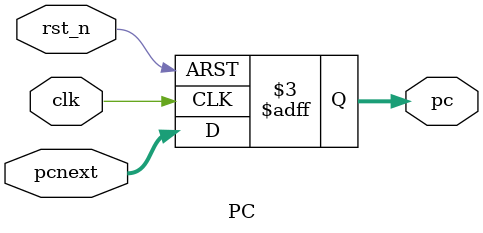
<source format=v>
module PC(
    input clk,
    input rst_n,
    input [31:0] pcnext,
    output reg[31:0] pc
    );
    
    //µ±¸´Î»ÐÅºÅÏÂ½µÑØ»òÕßÊ±ÖÓÉÏÉýÑØµ½À´Ê±¸üÐÂPCÊä³ö
    always@(posedge clk or negedge rst_n)
    begin
        if(!rst_n)
            pc <= 32'b0;
        else
            pc <= pcnext;
    end
endmodule

</source>
